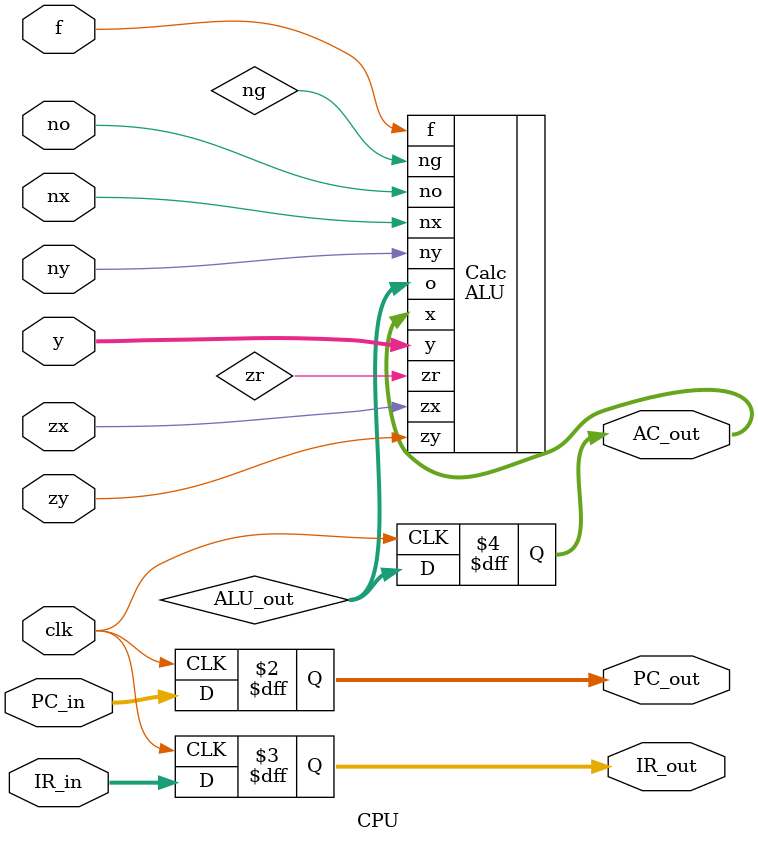
<source format=v>
`timescale 1ns / 1ps


module CPU(
    input wire clk,
    
    input wire [15:0] y,
    input wire zx, nx, zy, ny, f, no,
    
    input wire [9:0] PC_in, 
    input wire [15:0] IR_in, 
    output reg [9:0] PC_out,
    output reg [15:0] IR_out,
    output reg [15:0] AC_out
);

wire [15:0] ALU_out;
wire zr, ng;
ALU Calc(.x(AC_out), .y(y), .zx(zx), .nx(nx), .zy(zy), .ny(ny), .f(f), .no(no), .o(ALU_out), .zr(zr), .ng(ng));

always @(posedge clk) begin
    IR_out = IR_in;
    PC_out = PC_in;
    AC_out = ALU_out;
end

endmodule

</source>
